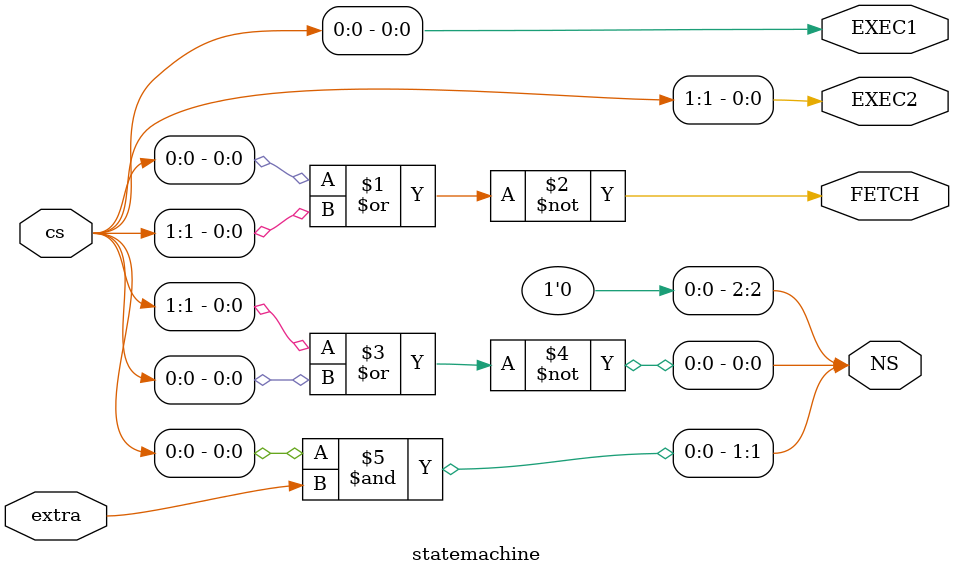
<source format=v>
module statemachine

(
input [2:0] cs,
input extra,
output EXEC1,
output EXEC2,
output FETCH,
output [2:0] NS
);

assign EXEC1=cs[0],
		 EXEC2=cs[1],
		 FETCH=~(EXEC1 | EXEC2),
       NS[0]= ~(cs[1]| cs[0]),
		 NS[1]=cs[0] & extra,
		 NS[2]=0;
endmodule


</source>
